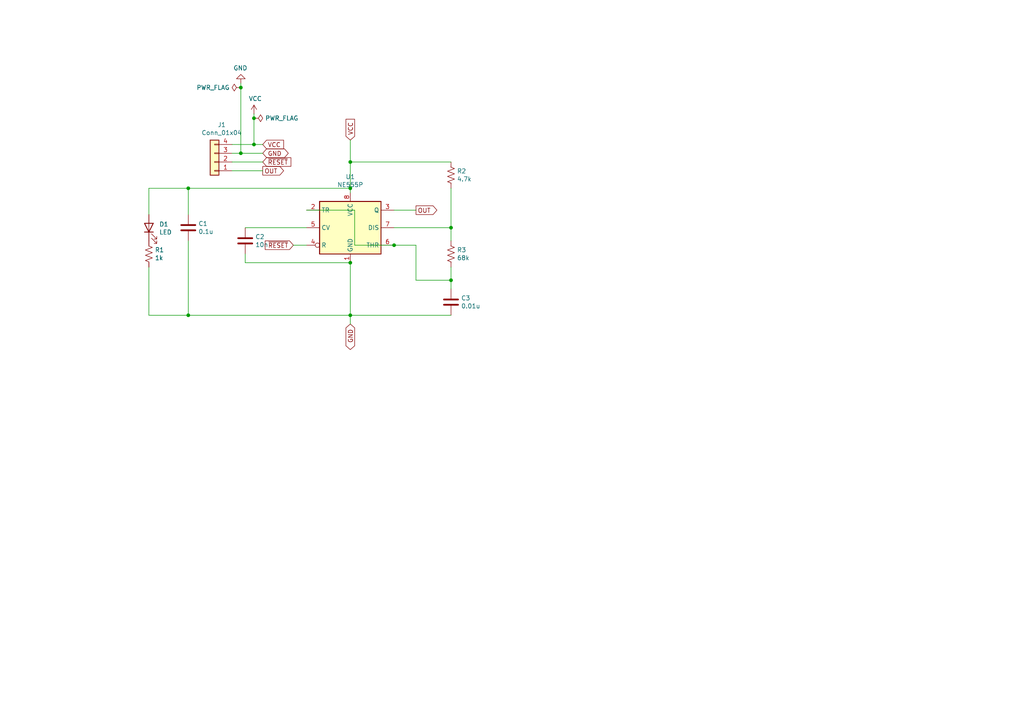
<source format=kicad_sch>
(kicad_sch (version 20210621) (generator eeschema)
  (paper "A4")
  (title_block (title "55Fivey") (date "10/03/2021") (rev "1.0") (company "@Tarablei"))
  (lib_symbols
    (symbol "Connector_Generic:Conn_01x04" (pin_names (offset 1.016) hide)
      (property "Reference" "J" (at 0 5.08 0))
      (property "Value" "Conn_01x04" (at 0 -7.62 0))
      (symbol "Conn_01x04_1_1"
        (rectangle (start -1.27 -4.953) (end 0 -5.207) (stroke (width 0.1524)))
        (rectangle (start -1.27 -2.413) (end 0 -2.667) (stroke (width 0.1524)))
        (rectangle (start -1.27 0.127) (end 0 -0.127) (stroke (width 0.1524)))
        (rectangle (start -1.27 2.667) (end 0 2.413) (stroke (width 0.1524)))
        (rectangle (start -1.27 3.81) (end 1.27 -6.35) (stroke (width 0.254)) (fill (type background)))
        (pin passive line (at -5.08 2.54 0) (length 3.81) (name "Pin_1") (number "1"))
        (pin passive line (at -5.08 0 0) (length 3.81) (name "Pin_2") (number "2"))
        (pin passive line (at -5.08 -2.54 0) (length 3.81) (name "Pin_3") (number "3"))
        (pin passive line (at -5.08 -5.08 0) (length 3.81) (name "Pin_4") (number "4"))
      )
    )
    (symbol "Device:C" (pin_numbers hide) (pin_names (offset 0.254))
      (property "Reference" "C" (at 0.635 2.54 0))
      (property "Value" "C" (at 0.635 -2.54 0))
      (symbol "C_0_1"
        (polyline (pts (xy -2.032 -0.762) (xy 2.032 -0.762)) (stroke (width 0.508)))
        (polyline (pts (xy -2.032 0.762) (xy 2.032 0.762)) (stroke (width 0.508)))
      )
      (symbol "C_1_1"
        (pin passive line (at 0 3.81 270) (length 2.794) (name "~") (number "1"))
        (pin passive line (at 0 -3.81 90) (length 2.794) (name "~") (number "2"))
      )
    )
    (symbol "Device:LED" (pin_numbers hide) (pin_names (offset 1.016) hide)
      (property "Reference" "D" (at 0 2.54 0))
      (property "Value" "LED" (at 0 -2.54 0))
      (symbol "LED_0_1"
        (polyline (pts (xy -1.27 -1.27) (xy -1.27 1.27)) (stroke (width 0.254)))
        (polyline (pts (xy -1.27 0) (xy 1.27 0)))
        (polyline (pts (xy 1.27 -1.27) (xy 1.27 1.27) (xy -1.27 0) (xy 1.27 -1.27)) (stroke (width 0.254)))
        (polyline (pts (xy -3.048 -0.762) (xy -4.572 -2.286) (xy -3.81 -2.286) (xy -4.572 -2.286) (xy -4.572 -1.524)))
        (polyline (pts (xy -1.778 -0.762) (xy -3.302 -2.286) (xy -2.54 -2.286) (xy -3.302 -2.286) (xy -3.302 -1.524)))
      )
      (symbol "LED_1_1"
        (pin passive line (at -3.81 0 0) (length 2.54) (name "K") (number "1"))
        (pin passive line (at 3.81 0 180) (length 2.54) (name "A") (number "2"))
      )
    )
    (symbol "Device:R_US" (pin_numbers hide) (pin_names (offset 0))
      (property "Reference" "R" (at 2.54 0 90))
      (property "Value" "R_US" (at -2.54 0 90))
      (symbol "R_US_0_1"
        (polyline (pts (xy 0 -2.286) (xy 0 -2.54)))
        (polyline (pts (xy 0 2.286) (xy 0 2.54)))
        (polyline (pts (xy 0 -0.762) (xy 1.016 -1.143) (xy 0 -1.524) (xy -1.016 -1.905) (xy 0 -2.286)))
        (polyline (pts (xy 0 0.762) (xy 1.016 0.381) (xy 0 0) (xy -1.016 -0.381) (xy 0 -0.762)))
        (polyline (pts (xy 0 2.286) (xy 1.016 1.905) (xy 0 1.524) (xy -1.016 1.143) (xy 0 0.762)))
      )
      (symbol "R_US_1_1"
        (pin passive line (at 0 3.81 270) (length 1.27) (name "~") (number "1"))
        (pin passive line (at 0 -3.81 90) (length 1.27) (name "~") (number "2"))
      )
    )
    (symbol "Timer:NE555P"
      (property "Reference" "U" (at -10.16 8.89 0))
      (property "Value" "NE555P" (at 2.54 8.89 0))
      (symbol "NE555P_0_0"
        (pin power_in line (at 0 -10.16 90) (length 2.54) (name "GND") (number "1"))
        (pin power_in line (at 0 10.16 270) (length 2.54) (name "VCC") (number "8"))
      )
      (symbol "NE555P_0_1"
        (rectangle (start -8.89 -7.62) (end 8.89 7.62) (stroke (width 0.254)) (fill (type background)))
        (rectangle (start -8.89 -7.62) (end 8.89 7.62) (stroke (width 0.254)) (fill (type background)))
      )
      (symbol "NE555P_1_1"
        (pin input line (at -12.7 5.08 0) (length 3.81) (name "TR") (number "2"))
        (pin output line (at 12.7 5.08 180) (length 3.81) (name "Q") (number "3"))
        (pin input inverted (at -12.7 -5.08 0) (length 3.81) (name "R") (number "4"))
        (pin input line (at -12.7 0 0) (length 3.81) (name "CV") (number "5"))
        (pin input line (at 12.7 -5.08 180) (length 3.81) (name "THR") (number "6"))
        (pin input line (at 12.7 0 180) (length 3.81) (name "DIS") (number "7"))
      )
    )
    (symbol "power:GND" (power) (pin_names (offset 0))
      (property "Value" "GND" (at 0 -3.81 0))
      (symbol "GND_0_1"
        (polyline (pts (xy 0 0) (xy 0 -1.27) (xy 1.27 -1.27) (xy 0 -2.54) (xy -1.27 -1.27) (xy 0 -1.27)))
      )
      (symbol "GND_1_1"
        (pin power_in line (at 0 0 270) (length 0) hide (name "GND") (number "1"))
      )
    )
    (symbol "power:PWR_FLAG" (power) (pin_numbers hide) (pin_names (offset 0) hide)
      (property "Value" "PWR_FLAG" (at 0 3.81 0))
      (symbol "PWR_FLAG_0_0"
        (pin power_out line (at 0 0 90) (length 0) (name "pwr") (number "1"))
      )
      (symbol "PWR_FLAG_0_1"
        (polyline (pts (xy 0 0) (xy 0 1.27) (xy -1.016 1.905) (xy 0 2.54) (xy 1.016 1.905) (xy 0 1.27)))
      )
    )
    (symbol "power:VCC" (power) (pin_names (offset 0))
      (property "Value" "VCC" (at 0 3.81 0))
      (symbol "VCC_0_1"
        (polyline (pts (xy -0.762 1.27) (xy 0 2.54)))
        (polyline (pts (xy 0 0) (xy 0 2.54)))
        (polyline (pts (xy 0 2.54) (xy 0.762 1.27)))
      )
      (symbol "VCC_1_1"
        (pin power_in line (at 0 0 90) (length 0) hide (name "VCC") (number "1"))
      )
    )
  )
  (junction (at 54.61 54.61))
  (junction (at 54.61 91.44))
  (junction (at 69.85 25.4))
  (junction (at 69.85 44.45))
  (junction (at 73.66 34.29))
  (junction (at 73.66 41.91))
  (junction (at 101.6 46.99))
  (junction (at 101.6 54.61))
  (junction (at 101.6 76.2))
  (junction (at 101.6 91.44))
  (junction (at 114.3 71.12))
  (junction (at 130.81 66.04))
  (junction (at 130.81 81.28))
  (wire (pts (xy 43.18 54.61) (xy 43.18 62.23)))
  (wire (pts (xy 43.18 77.47) (xy 43.18 91.44)))
  (wire (pts (xy 43.18 91.44) (xy 54.61 91.44)))
  (wire (pts (xy 54.61 54.61) (xy 43.18 54.61)))
  (wire (pts (xy 54.61 54.61) (xy 101.6 54.61)))
  (wire (pts (xy 54.61 62.23) (xy 54.61 54.61)))
  (wire (pts (xy 54.61 69.85) (xy 54.61 91.44)))
  (wire (pts (xy 54.61 91.44) (xy 101.6 91.44)))
  (wire (pts (xy 67.31 41.91) (xy 73.66 41.91)))
  (wire (pts (xy 67.31 46.99) (xy 76.2 46.99)))
  (wire (pts (xy 69.85 24.13) (xy 69.85 25.4)))
  (wire (pts (xy 69.85 25.4) (xy 69.85 44.45)))
  (wire (pts (xy 69.85 44.45) (xy 67.31 44.45)))
  (wire (pts (xy 71.12 73.66) (xy 71.12 76.2)))
  (wire (pts (xy 71.12 76.2) (xy 101.6 76.2)))
  (wire (pts (xy 73.66 33.02) (xy 73.66 34.29)))
  (wire (pts (xy 73.66 34.29) (xy 73.66 41.91)))
  (wire (pts (xy 73.66 41.91) (xy 76.2 41.91)))
  (wire (pts (xy 76.2 44.45) (xy 69.85 44.45)))
  (wire (pts (xy 76.2 49.53) (xy 67.31 49.53)))
  (wire (pts (xy 85.09 71.12) (xy 88.9 71.12)))
  (wire (pts (xy 88.9 60.96) (xy 102.87 60.96)))
  (wire (pts (xy 88.9 66.04) (xy 71.12 66.04)))
  (wire (pts (xy 101.6 40.64) (xy 101.6 46.99)))
  (wire (pts (xy 101.6 46.99) (xy 101.6 54.61)))
  (wire (pts (xy 101.6 54.61) (xy 101.6 55.88)))
  (wire (pts (xy 101.6 76.2) (xy 101.6 91.44)))
  (wire (pts (xy 101.6 91.44) (xy 101.6 93.98)))
  (wire (pts (xy 102.87 60.96) (xy 102.87 71.12)))
  (wire (pts (xy 102.87 71.12) (xy 114.3 71.12)))
  (wire (pts (xy 114.3 60.96) (xy 120.65 60.96)))
  (wire (pts (xy 114.3 66.04) (xy 130.81 66.04)))
  (wire (pts (xy 120.65 71.12) (xy 114.3 71.12)))
  (wire (pts (xy 120.65 81.28) (xy 120.65 71.12)))
  (wire (pts (xy 120.65 81.28) (xy 130.81 81.28)))
  (wire (pts (xy 130.81 46.99) (xy 101.6 46.99)))
  (wire (pts (xy 130.81 54.61) (xy 130.81 66.04)))
  (wire (pts (xy 130.81 66.04) (xy 130.81 69.85)))
  (wire (pts (xy 130.81 77.47) (xy 130.81 81.28)))
  (wire (pts (xy 130.81 81.28) (xy 130.81 83.82)))
  (wire (pts (xy 130.81 91.44) (xy 101.6 91.44)))
  (global_label "VCC" (shape input) (at 76.2 41.91 0) (property "Intersheet References" "${INTERSHEET_REFS}" (effects hide)))
  (global_label "GND" (shape bidirectional) (at 76.2 44.45 0) (property "Intersheet References" "${INTERSHEET_REFS}" (effects hide)))
  (global_label "~{RESET}" (shape input) (at 76.2 46.99 0) (property "Intersheet References" "${INTERSHEET_REFS}" (effects hide)))
  (global_label "OUT" (shape output) (at 76.2 49.53 0) (property "Intersheet References" "${INTERSHEET_REFS}" (effects hide)))
  (global_label "~{RESET}" (shape input) (at 85.09 71.12 180) (property "Intersheet References" "${INTERSHEET_REFS}" (effects hide)))
  (global_label "VCC" (shape input) (at 101.6 40.64 90) (property "Intersheet References" "${INTERSHEET_REFS}" (effects hide)))
  (global_label "GND" (shape bidirectional) (at 101.6 93.98 270) (property "Intersheet References" "${INTERSHEET_REFS}" (effects hide)))
  (global_label "OUT" (shape output) (at 120.65 60.96 0) (property "Intersheet References" "${INTERSHEET_REFS}" (effects hide)))
  (symbol (lib_id "power:VCC") (at 73.66 33.02 0) (unit 1)
    (property "Reference" "#PWR02" (effects hide))
    (property "Value" "VCC" (at 74.041 28.6258 0))
  )
  (symbol (lib_id "power:PWR_FLAG") (at 69.85 25.4 90) (unit 1)
    (property "Reference" "#FLG01" (effects hide))
    (property "Value" "PWR_FLAG" (at 66.6242 25.4 90) (effects (justify left)))
  )
  (symbol (lib_id "power:PWR_FLAG") (at 73.66 34.29 270) (unit 1)
    (property "Reference" "#FLG02" (effects hide))
    (property "Value" "PWR_FLAG" (at 76.9112 34.29 90) (effects (justify left)))
  )
  (symbol (lib_id "power:GND") (at 69.85 24.13 180) (unit 1)
    (property "Reference" "#PWR01" (effects hide))
    (property "Value" "GND" (at 69.723 19.7358 0))
  )
  (symbol (lib_id "Device:R_US") (at 43.18 73.66 0) (unit 1)
    (property "Reference" "R1" (at 44.9072 72.4916 0) (effects (justify left)))
    (property "Value" "1k" (at 44.9072 74.803 0) (effects (justify left)))
    (property "Footprint" "Resistor_SMD:R_0805_2012Metric_Pad1.20x1.40mm_HandSolder" (effects hide))
  )
  (symbol (lib_id "Device:R_US") (at 130.81 50.8 0) (unit 1)
    (property "Reference" "R2" (at 132.5372 49.6316 0) (effects (justify left)))
    (property "Value" "4.7k" (at 132.5372 51.943 0) (effects (justify left)))
    (property "Footprint" "Resistor_SMD:R_0805_2012Metric_Pad1.20x1.40mm_HandSolder" (effects hide))
  )
  (symbol (lib_id "Device:R_US") (at 130.81 73.66 0) (unit 1)
    (property "Reference" "R3" (at 132.5372 72.4916 0) (effects (justify left)))
    (property "Value" "68k" (at 132.5372 74.803 0) (effects (justify left)))
    (property "Footprint" "Resistor_SMD:R_0805_2012Metric_Pad1.20x1.40mm_HandSolder" (effects hide))
  )
  (symbol (lib_id "Device:LED") (at 43.18 66.04 90) (unit 1)
    (property "Reference" "D1" (at 46.1772 65.0494 90) (effects (justify right)))
    (property "Value" "LED" (at 46.1772 67.3608 90) (effects (justify right)))
    (property "Footprint" "LED_SMD:LED_0805_2012Metric_Pad1.15x1.40mm_HandSolder" (effects hide))
  )
  (symbol (lib_id "Device:C") (at 54.61 66.04 0) (unit 1)
    (property "Reference" "C1" (at 57.531 64.8716 0) (effects (justify left)))
    (property "Value" "0.1u" (at 57.531 67.183 0) (effects (justify left)))
    (property "Footprint" "Capacitor_SMD:C_0805_2012Metric_Pad1.18x1.45mm_HandSolder" (effects hide))
  )
  (symbol (lib_id "Device:C") (at 71.12 69.85 0) (unit 1)
    (property "Reference" "C2" (at 74.041 68.6816 0) (effects (justify left)))
    (property "Value" "10n" (at 74.041 70.993 0) (effects (justify left)))
    (property "Footprint" "Capacitor_SMD:C_0805_2012Metric_Pad1.18x1.45mm_HandSolder" (effects hide))
  )
  (symbol (lib_id "Device:C") (at 130.81 87.63 0) (unit 1)
    (property "Reference" "C3" (at 133.731 86.4616 0) (effects (justify left)))
    (property "Value" "0.01u" (at 133.731 88.773 0) (effects (justify left)))
    (property "Footprint" "Capacitor_SMD:C_0805_2012Metric_Pad1.18x1.45mm_HandSolder" (effects hide))
  )
  (symbol (lib_id "Connector_Generic:Conn_01x04") (at 62.23 46.99 180) (unit 1)
    (property "Reference" "J1" (at 64.3128 36.195 0))
    (property "Value" "Conn_01x04" (at 64.3128 38.5064 0))
    (property "Footprint" "Connector_PinHeader_2.54mm:PinHeader_1x04_P2.54mm_Horizontal" (effects hide))
  )
  (symbol (lib_id "Timer:NE555P") (at 101.6 66.04 0) (unit 1)
    (property "Reference" "U1" (at 101.6 51.2826 0))
    (property "Value" "NE555P" (at 101.6 53.594 0))
    (property "Footprint" "Package_SO:SOIC-8_3.9x4.9mm_P1.27mm" (effects hide))
    (property "Datasheet" "http://www.ti.com/lit/ds/symlink/ne555.pdf" (effects hide))
  )
)
</source>
